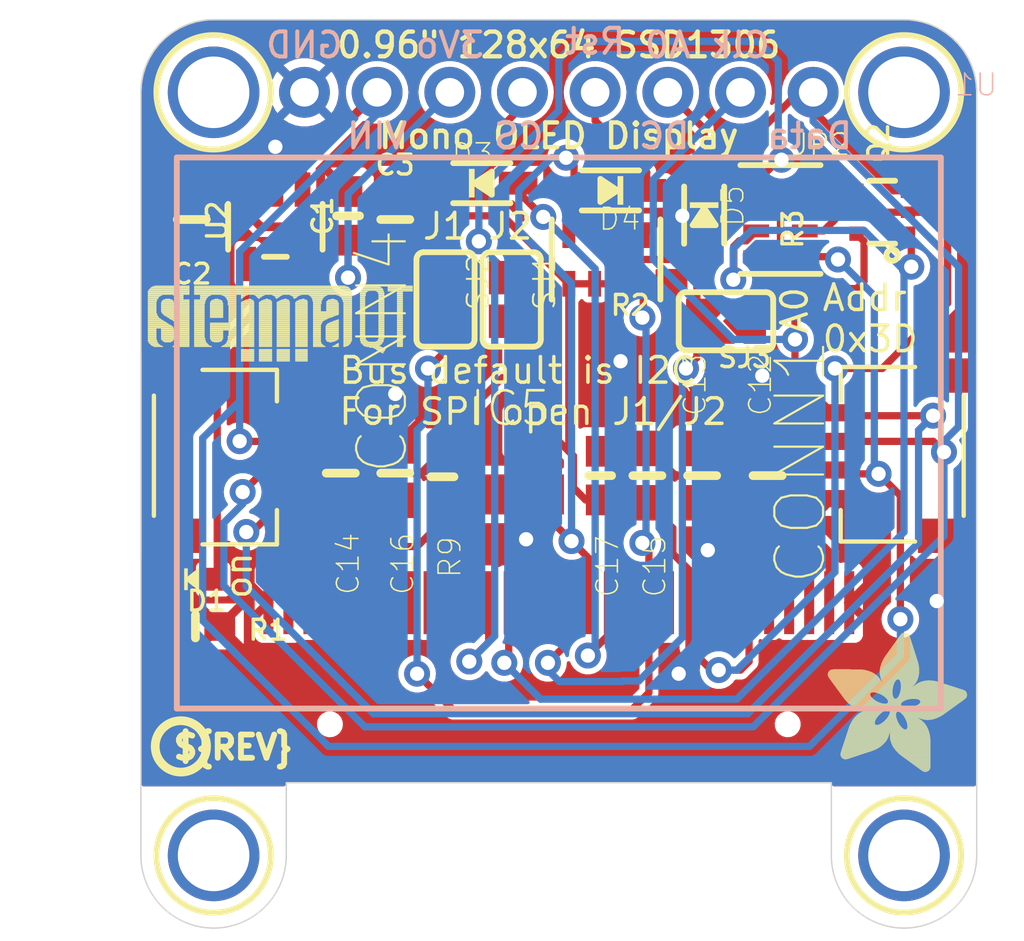
<source format=kicad_pcb>
(kicad_pcb (version 20221018) (generator pcbnew)
  (layers (0 "F.Cu" signal) (31 "B.Cu" signal) (34 "B.Paste" user) (35 "F.Paste" user) (36 "B.SilkS" user "B.Silkscreen") (37 "F.SilkS" user "F.Silkscreen") (38 "B.Mask" user) (39 "F.Mask" user) (44 "Edge.Cuts" user))
  (net 0 "")
  (net 1 "GND")
  (net 2 "SDA")
  (net 3 "SCL")
  (net 4 "3.3V")
  (net 5 "VCC")
  (net 6 "N$2")
  (net 7 "D0/SCLK/SCK_3.3V")
  (net 8 "D1/MOSI/SDA1_3.3V")
  (net 9 "N$9")
  (net 10 "CS_3.3V")
  (net 11 "RST_3.3V")
  (net 12 "DC/SA0_3.3V")
  (net 13 "CS_5.0V")
  (net 14 "RST_5.0V")
  (net 15 "DC/SA0_5.0V")
  (net 16 "N$10")
  (net 17 "N$11")
  (net 18 "N$12")
  (net 19 "N$13")
  (net 20 "N$14")
  (net 21 "N$15")
  (net 22 "N$16")
  (net 23 "N$17")
  (footprint "working:0603-NO" (layer "F.Cu") (at 149.9465 105.0646 -90)
    (fp_text reference "C17")
    (fp_text value "0.1uF")
  )
  (footprint "working:FIDUCIAL_1MM" (layer "F.Cu") (at 134.9121 112.3061)
    (fp_text reference "FID3" hide)
    (fp_text value "FIDUCIAL_1MM" hide)
  )
  (footprint "working:0805-NO" (layer "F.Cu") (at 142.7861 104.9782 -90)
    (fp_text reference "C16")
    (fp_text value "10uF")
  )
  (footprint "working:STEMMAQT" (layer "F.Cu") (at 134.1501 101.0666)
    (fp_text reference "U$31" hide)
    (fp_text value "" hide)
  )
  (footprint "working:SOT363" (layer "F.Cu") (at 159.8041 95.8596 90)
    (fp_text reference "Q2")
    (fp_text value "BSS138")
  )
  (footprint "working:0603-NO" (layer "F.Cu") (at 135.8011 110.3376)
    (fp_text reference "R1")
    (fp_text value "10K")
  )
  (footprint "working:MOUNTINGHOLE_2.5_PLATED" (layer "F.Cu") (at 160.5661 118.3386)
    (fp_text reference "U$21" hide)
    (fp_text value "MOUNTINGHOLE2.5" hide)
  )
  (footprint "working:0603-NO" (layer "F.Cu") (at 141.1351 95.9866 90)
    (fp_text reference "C1")
    (fp_text value "0.1uF")
  )
  (footprint "working:MOUNTINGHOLE_2.5_PLATED" (layer "F.Cu") (at 136.4361 118.3386)
    (fp_text reference "U$19" hide)
    (fp_text value "MOUNTINGHOLE2.5" hide)
  )
  (footprint "working:RESPACK_4X0603" (layer "F.Cu") (at 156.2481 96.1136 90)
    (fp_text reference "R3")
    (fp_text value "10K")
  )
  (footprint "working:0805-NO" (layer "F.Cu") (at 140.8811 104.9782 -90)
    (fp_text reference "C14")
    (fp_text value "10uF")
  )
  (footprint "working:SOD-323" (layer "F.Cu") (at 153.5811 95.9612 -90)
    (fp_text reference "D5")
    (fp_text value "1N4148")
  )
  (footprint "working:PCBFEAT-REV-040" (layer "F.Cu") (at 135.2931 114.5286)
    (fp_text reference "U$25" hide)
    (fp_text value "" hide)
  )
  (footprint "working:SOD-323" (layer "F.Cu") (at 145.8087 94.8436)
    (fp_text reference "D3")
    (fp_text value "1N4148")
  )
  (footprint "working:0805-NO" (layer "F.Cu") (at 153.5105 105.0646 90)
    (fp_text reference "C13")
    (fp_text value "2.2uF")
  )
  (footprint "working:JST_SH4" (layer "F.Cu") (at 160.5661 104.3686 90)
    (fp_text reference "CONN1")
    (fp_text value "STEMMA_I2C_QT" hide)
  )
  (footprint "working:MOUNTINGHOLE_2.5_PLATED" (layer "F.Cu") (at 136.4361 91.6686)
    (fp_text reference "U$1" hide)
    (fp_text value "MOUNTINGHOLE2.5" hide)
  )
  (footprint "working:0805-NO" (layer "F.Cu") (at 155.7965 105.0646 90)
    (fp_text reference "C12")
    (fp_text value "2.2uF")
  )
  (footprint "working:JST_SH4" (layer "F.Cu") (at 136.4361 104.3686 -90)
    (fp_text reference "CONN4")
    (fp_text value "STEMMA_I2C_QT" hide)
  )
  (footprint "working:SOLDERJUMPER_CLOSEDWIRE" (layer "F.Cu") (at 146.8567 98.9076 -90)
    (fp_text reference "SJ1")
    (fp_text value "")
  )
  (footprint "working:SOT23" (layer "F.Cu") (at 147.2311 104.6226)
    (fp_text reference "IC5")
    (fp_text value "APX803")
  )
  (footprint "working:0805-NO" (layer "F.Cu") (at 135.6741 96.1136 -90)
    (fp_text reference "C2")
    (fp_text value "10uF")
  )
  (footprint "working:SOLDERJUMPER_CLOSEDWIRE" (layer "F.Cu") (at 144.5415 98.9076 -90)
    (fp_text reference "SJ2")
    (fp_text value "")
  )
  (footprint "working:FIDUCIAL_1MM" (layer "F.Cu") (at 162.0901 94.4245)
    (fp_text reference "FID4" hide)
    (fp_text value "FIDUCIAL_1MM" hide)
  )
  (footprint "working:1X08_ROUND_70" (layer "F.Cu") (at 148.5011 91.6686 180)
    (fp_text reference "JP2")
    (fp_text value "")
  )
  (footprint "working:RESPACK_4X0603" (layer "F.Cu") (at 150.1521 97.5106 180)
    (fp_text reference "R2")
    (fp_text value "10K")
  )
  (footprint "working:SOLDERJUMPER_ARROW_NOPASTE" (layer "F.Cu") (at 154.3431 99.6696 180)
    (fp_text reference "SJ3")
    (fp_text value "")
  )
  (footprint "working:ADAFRUIT_5MM" (layer "F.Cu") (at 157.8991 115.4176)
    (fp_text reference "U$8" hide)
    (fp_text value "" hide)
  )
  (footprint "working:0603-NO" (layer "F.Cu") (at 144.4371 105.1052 -90)
    (fp_text reference "R9")
    (fp_text value "390K")
  )
  (footprint "working:MOUNTINGHOLE_2.5_PLATED" (layer "F.Cu") (at 160.5661 91.6686)
    (fp_text reference "U$17" hide)
    (fp_text value "MOUNTINGHOLE2.5" hide)
  )
  (footprint "working:CHIPLED_0603_NOOUTLINE" (layer "F.Cu") (at 135.6741 108.6866 90)
    (fp_text reference "D1")
    (fp_text value "GREEN")
  )
  (footprint "working:0805-NO" (layer "F.Cu") (at 142.7861 96.1136 90)
    (fp_text reference "C3")
    (fp_text value "10uF")
  )
  (footprint "working:0805-NO" (layer "F.Cu") (at 151.5975 105.0646 -90)
    (fp_text reference "C15")
    (fp_text value "10uF")
  )
  (footprint "working:SOT23-5" (layer "F.Cu") (at 138.5951 96.3676 180)
    (fp_text reference "U2")
    (fp_text value "AP2112K-3.3")
  )
  (footprint "working:SOD-323" (layer "F.Cu") (at 150.3045 95.0976 180)
    (fp_text reference "D4")
    (fp_text value "1N4148")
  )
  (footprint "working:UG-2864HSWEG01_0.96IN_WRAPAROUND" (layer "B.Cu") (at 148.5011 108.3056 180)
    (fp_text reference "U1")
    (fp_text value "UG-2864HSWEG01")
  )
  (gr_arc (start 160.5661 89.1286) (mid 162.362151 89.872549) (end 163.1061 91.6686) (stroke (width 0.05)) (layer "Edge.Cuts"))
  (gr_line (start 133.8961 91.6686) (end 133.8961 118.3386) (stroke (width 0.05)) (layer "Edge.Cuts"))
  (gr_arc (start 163.1061 118.3386) (mid 162.362151 120.134651) (end 160.5661 120.8786) (stroke (width 0.05)) (layer "Edge.Cuts"))
  (gr_line (start 158.0261 115.7986) (end 158.0261 118.3386) (stroke (width 0.05)) (layer "Edge.Cuts"))
  (gr_arc (start 138.9761 118.3386) (mid 138.232151 120.134651) (end 136.4361 120.8786) (stroke (width 0.05)) (layer "Edge.Cuts"))
  (gr_line (start 160.5661 89.1286) (end 136.4361 89.1286) (stroke (width 0.05)) (layer "Edge.Cuts"))
  (gr_arc (start 160.5661 120.8786) (mid 158.770049 120.134651) (end 158.0261 118.3386) (stroke (width 0.05)) (layer "Edge.Cuts"))
  (gr_arc (start 133.8961 91.6686) (mid 134.640049 89.872549) (end 136.4361 89.1286) (stroke (width 0.05)) (layer "Edge.Cuts"))
  (gr_line (start 138.9761 115.7986) (end 158.0261 115.7986) (stroke (width 0.05)) (layer "Edge.Cuts"))
  (gr_arc (start 136.4361 120.8786) (mid 134.640049 120.134651) (end 133.8961 118.3386) (stroke (width 0.05)) (layer "Edge.Cuts"))
  (gr_line (start 138.9761 118.3386) (end 138.9761 115.7986) (stroke (width 0.05)) (layer "Edge.Cuts"))
  (gr_line (start 163.1061 118.3386) (end 163.1061 91.6686) (stroke (width 0.05)) (layer "Edge.Cuts"))
  (gr_text "DC" (at 152.1841 93.1926) (layer "B.SilkS") (effects (font (size 0.87376 0.87376) (thickness 0.14224)) (justify mirror)))
  (gr_text "GND" (at 139.6111 90.0176) (layer "B.SilkS") (effects (font (size 0.87376 0.87376) (thickness 0.14224)) (justify mirror)))
  (gr_text "CS" (at 147.1041 93.1926) (layer "B.SilkS") (effects (font (size 0.87376 0.87376) (thickness 0.14224)) (justify mirror)))
  (gr_text "A0" (at 152.3111 90.0176) (layer "B.SilkS") (effects (font (size 0.87376 0.87376) (thickness 0.14224)) (justify mirror)))
  (gr_text "VIN" (at 142.1511 93.1926) (layer "B.SilkS") (effects (font (size 0.87376 0.87376) (thickness 0.14224)) (justify mirror)))
  (gr_text "Data" (at 157.2641 93.1926) (layer "B.SilkS") (effects (font (size 0.87376 0.87376) (thickness 0.14224)) (justify mirror)))
  (gr_text "Clk" (at 154.8511 90.0176) (layer "B.SilkS") (effects (font (size 0.87376 0.87376) (thickness 0.14224)) (justify mirror)))
  (gr_text "3Vo" (at 144.6911 90.0176) (layer "B.SilkS") (effects (font (size 0.87376 0.87376) (thickness 0.14224)) (justify mirror)))
  (gr_text "Rst" (at 149.7711 89.8906) (layer "B.SilkS") (effects (font (size 0.87376 0.87376) (thickness 0.14224)) (justify mirror)))
  (gr_text "J2" (at 145.9611 96.8756) (layer "F.SilkS") (effects (font (size 0.89408 0.89408) (thickness 0.12192)) (justify left bottom)))
  (gr_text "on" (at 137.8331 109.4486 90) (layer "F.SilkS") (effects (font (size 0.89408 0.89408) (thickness 0.12192)) (justify left bottom)))
  (gr_text "Bus default is I2C\nFor SPI open J1/J2" (at 140.7541 103.3526) (layer "F.SilkS") (effects (font (size 0.89408 0.89408) (thickness 0.12192)) (justify left bottom)))
  (gr_text "J1" (at 143.6751 96.8756) (layer "F.SilkS") (effects (font (size 0.89408 0.89408) (thickness 0.12192)) (justify left bottom)))
  (gr_text "A0" (at 157.2641 100.1776 90) (layer "F.SilkS") (effects (font (size 0.89408 0.89408) (thickness 0.12192)) (justify left bottom)))
  (gr_text "Mono OLED Display" (at 148.5011 93.1926) (layer "F.SilkS") (effects (font (size 0.8636 0.8636) (thickness 0.1524))))
  (gr_text "0.96\" 128x64 SSD1306" (at 148.5011 90.0176) (layer "F.SilkS") (effects (font (size 0.8636 0.8636) (thickness 0.1524))))
  (gr_text "Addr\n0x3D" (at 157.6451 100.8126) (layer "F.SilkS") (effects (font (size 0.89408 0.89408) (thickness 0.12192)) (justify left bottom)))
  (via (at 138.5951 93.5736) (size 0.9064) (drill 0.5) (layers "F.Cu" "B.Cu") (net 1))
  (via (at 150.6601 101.0666) (size 0.9064) (drill 0.5) (layers "F.Cu" "B.Cu") (net 1))
  (via (at 142.7861 102.2096) (size 0.9064) (drill 0.5) (layers "F.Cu" "B.Cu") (net 1))
  (via (at 152.8191 95.9866) (size 0.9064) (drill 0.5) (layers "F.Cu" "B.Cu") (net 1))
  (via (at 161.7091 109.4486) (size 0.9064) (drill 0.5) (layers "F.Cu" "B.Cu") (net 1))
  (via (at 153.7081 107.6706) (size 0.9064) (drill 0.5) (layers "F.Cu" "B.Cu") (net 1))
  (via (at 147.3581 107.2896) (size 0.9064) (drill 0.5) (layers "F.Cu" "B.Cu") (net 1))
  (via (at 152.6921 111.9886) (size 0.9064) (drill 0.5) (layers "F.Cu" "B.Cu") (net 1))
  (via (at 155.6131 101.5746) (size 0.9064) (drill 0.5) (layers "F.Cu" "B.Cu") (net 1))
  (segment (start 154.4701 94.0816) (end 156.7561 91.7956) (width 0.254) (layer "F.Cu") (net 2))
  (segment (start 137.4521 105.6386) (end 138.2221 104.8686) (width 0.254) (layer "F.Cu") (net 2))
  (segment (start 154.4701 95.4786) (end 154.4701 94.0816) (width 0.254) (layer "F.Cu") (net 2))
  (segment (start 155.3981 95.7136) (end 154.7051 95.7136) (width 0.254) (layer "F.Cu") (net 2))
  (segment (start 157.3911 91.7956) (end 157.3911 91.6686) (width 0.254) (layer "F.Cu") (net 2))
  (segment (start 160.1971 95.1096) (end 157.3911 92.3036) (width 0.254) (layer "F.Cu") (net 2))
  (segment (start 154.7051 95.7136) (end 154.4701 95.4786) (width 0.254) (layer "F.Cu") (net 2))
  (segment (start 158.0521 103.8686) (end 161.5901 103.8686) (width 0.254) (layer "F.Cu") (net 2))
  (segment (start 138.2221 104.8686) (end 138.9501 104.8686) (width 0.254) (layer "F.Cu") (net 2))
  (segment (start 160.7041 95.1096) (end 160.1971 95.1096) (width 0.254) (layer "F.Cu") (net 2))
  (segment (start 156.7561 91.7956) (end 157.3911 91.7956) (width 0.254) (layer "F.Cu") (net 2))
  (segment (start 157.3911 92.3036) (end 157.3911 91.7956) (width 0.254) (layer "F.Cu") (net 2))
  (segment (start 161.5901 103.8686) (end 161.9631 104.2416) (width 0.254) (layer "F.Cu") (net 2))
  (via (at 161.9631 104.2416) (size 0.9064) (drill 0.5) (layers "F.Cu" "B.Cu") (net 2))
  (via (at 137.4521 105.6386) (size 0.9064) (drill 0.5) (layers "F.Cu" "B.Cu") (net 2))
  (segment (start 162.4711 103.3526) (end 161.9631 103.8606) (width 0.254) (layer "B.Cu") (net 2))
  (segment (start 136.7957 108.9192) (end 136.7957 106.7111) (width 0.254) (layer "B.Cu") (net 2))
  (segment (start 162.4711 103.3526) (end 162.4711 97.7646) (width 0.254) (layer "B.Cu") (net 2))
  (segment (start 157.3911 92.6846) (end 157.3911 91.6686) (width 0.254) (layer "B.Cu") (net 2))
  (segment (start 136.7957 106.7111) (end 137.4521 106.0547) (width 0.254) (layer "B.Cu") (net 2))
  (segment (start 161.9631 107.174182) (end 155.294481 113.8428) (width 0.254) (layer "B.Cu") (net 2))
  (segment (start 141.7193 113.8428) (end 136.7957 108.9192) (width 0.254) (layer "B.Cu") (net 2))
  (segment (start 137.4521 106.0547) (end 137.4521 105.6386) (width 0.254) (layer "B.Cu") (net 2))
  (segment (start 161.9631 104.2416) (end 161.9631 107.174182) (width 0.254) (layer "B.Cu") (net 2))
  (segment (start 162.4711 97.7646) (end 157.3911 92.6846) (width 0.254) (layer "B.Cu") (net 2))
  (segment (start 161.9631 104.2416) (end 161.9631 103.8606) (width 0.254) (layer "B.Cu") (net 2))
  (segment (start 155.294481 113.8428) (end 141.7193 113.8428) (width 0.254) (layer "B.Cu") (net 2))
  (segment (start 161.5821 102.9716) (end 158.1551 102.9716) (width 0.254) (layer "F.Cu") (net 3))
  (segment (start 159.1691 96.8746) (end 158.9041 96.6096) (width 0.254) (layer "F.Cu") (net 3))
  (segment (start 158.1551 102.9716) (end 158.0521 102.8686) (width 0.254) (layer "F.Cu") (net 3))
  (segment (start 158.9151 98.5266) (end 159.1691 98.2726) (width 0.254) (layer "F.Cu") (net 3))
  (segment (start 156.7561 101.5726) (end 158.0521 102.8686) (width 0.254) (layer "F.Cu") (net 3))
  (segment (start 156.7561 100.3046) (end 156.7561 101.5726) (width 0.254) (layer "F.Cu") (net 3))
  (segment (start 156.7561 98.5266) (end 156.7561 100.3046) (width 0.254) (layer "F.Cu") (net 3))
  (segment (start 156.5111 98.5266) (end 156.7561 98.5266) (width 0.254) (layer "F.Cu") (net 3))
  (segment (start 156.7561 98.5266) (end 158.9151 98.5266) (width 0.254) (layer "F.Cu") (net 3))
  (segment (start 159.1691 98.2726) (end 159.1691 96.8746) (width 0.254) (layer "F.Cu") (net 3))
  (segment (start 137.7831 107.0356) (end 137.5791 107.0356) (width 0.254) (layer "F.Cu") (net 3))
  (segment (start 138.9501 105.8686) (end 137.7831 107.0356) (width 0.254) (layer "F.Cu") (net 3))
  (segment (start 155.3981 97.4136) (end 156.5111 98.5266) (width 0.254) (layer "F.Cu") (net 3))
  (via (at 156.7561 100.3046) (size 0.9064) (drill 0.5) (layers "F.Cu" "B.Cu") (net 3))
  (via (at 137.5791 107.0356) (size 0.9064) (drill 0.5) (layers "F.Cu" "B.Cu") (net 3))
  (via (at 161.5821 102.9716) (size 0.9064) (drill 0.5) (layers "F.Cu" "B.Cu") (net 3))
  (segment (start 154.8511 91.6686) (end 151.8031 94.7166) (width 0.254) (layer "B.Cu") (net 3))
  (segment (start 161.0741 103.4796) (end 161.5821 102.9716) (width 0.254) (layer "B.Cu") (net 3))
  (segment (start 151.8031 94.7166) (end 151.8031 97.5106) (width 0.254) (layer "B.Cu") (net 3))
  (segment (start 154.5971 100.3046) (end 151.8031 97.5106) (width 0.254) (layer "B.Cu") (net 3))
  (segment (start 137.5791 108.9406) (end 142.0241 113.3856) (width 0.254) (layer "B.Cu") (net 3))
  (segment (start 142.0241 113.3856) (end 155.1051 113.3856) (width 0.254) (layer "B.Cu") (net 3))
  (segment (start 155.1051 113.3856) (end 161.0741 107.4166) (width 0.254) (layer "B.Cu") (net 3))
  (segment (start 137.5791 107.0356) (end 137.5791 108.9406) (width 0.254) (layer "B.Cu") (net 3))
  (segment (start 161.0741 107.4166) (end 161.0741 103.4796) (width 0.254) (layer "B.Cu") (net 3))
  (segment (start 156.7561 100.3046) (end 154.5971 100.3046) (width 0.254) (layer "B.Cu") (net 3))
  (segment (start 146.548975 95.9866) (end 145.1991 95.9866) (width 0.254) (layer "F.Cu") (net 4))
  (segment (start 142.5591 96.8366) (end 142.7861 97.0636) (width 0.3048) (layer "F.Cu") (net 4))
  (segment (start 136.5631 108.5476) (end 136.5631 100.6497) (width 0.254) (layer "F.Cu") (net 4))
  (segment (start 160.7041 95.8596) (end 161.4551 95.8596) (width 0.254) (layer "F.Cu") (net 4))
  (segment (start 151.5975 106.0146) (end 152.4865 106.9036) (width 0.254) (layer "F.Cu") (net 4))
  (segment (start 161.4551 95.8596) (end 162.0901 96.4946) (width 0.254) (layer "F.Cu") (net 4))
  (segment (start 148.8521 104.218625) (end 148.156075 103.5226) (width 0.254) (layer "F.Cu") (net 4))
  (segment (start 150.5521 98.3606) (end 149.7521 98.3606) (width 0.254) (layer "F.Cu") (net 4))
  (segment (start 153.0511 111.0776) (end 153.8351 111.8616) (width 0.254) (layer "F.Cu") (net 4))
  (segment (start 154.0891 111.8616) (end 154.8511 111.8616) (width 0.254) (layer "F.Cu") (net 4))
  (segment (start 143.8681 98.1456) (end 144.5415 98.1456) (width 0.3048) (layer "F.Cu") (net 4))
  (segment (start 162.0901 99.0346) (end 159.8041 101.3206) (width 0.254) (layer "F.Cu") (net 4))
  (segment (start 157.7421 94.8136) (end 158.0896 95.1611) (width 0.254) (layer "F.Cu") (net 4))
  (segment (start 140.3762 96.8366) (end 141.1351 96.8366) (width 0.3048) (layer "F.Cu") (net 4))
  (segment (start 157.0981 94.8136) (end 157.7421 94.8136) (width 0.254) (layer "F.Cu") (net 4))
  (segment (start 152.4865 106.9036) (end 152.4865 107.7926) (width 0.254) (layer "F.Cu") (net 4))
  (segment (start 148.8521 98.3606) (end 147.987 97.4955) (width 0.254) (layer "F.Cu") (net 4))
  (segment (start 141.1351 98.1456) (end 141.1351 96.8366) (width 0.254) (layer "F.Cu") (net 4))
  (segment (start 149.0113 105.4874) (end 149.0113 104.377825) (width 0.254) (layer "F.Cu") (net 4))
  (segment (start 141.1351 96.8366) (end 142.5591 96.8366) (width 0.3048) (layer "F.Cu") (net 4))
  (segment (start 160.7041 95.8596) (end 158.9041 95.8596) (width 0.254) (layer "F.Cu") (net 4))
  (segment (start 142.7861 97.0636) (end 143.8681 98.1456) (width 0.3048) (layer "F.Cu") (net 4))
  (segment (start 159.8041 101.3206) (end 158.1531 101.3206) (width 0.254) (layer "F.Cu") (net 4))
  (segment (start 158.9041 95.8596) (end 158.4071 95.8596) (width 0.254) (layer "F.Cu") (net 4))
  (segment (start 151.5975 106.0146) (end 150.0465 106.0146) (width 0.254) (layer "F.Cu") (net 4))
  (segment (start 155.1511 111.5616) (end 155.1511 109.5056) (width 0.254) (layer "F.Cu") (net 4))
  (segment (start 149.9465 105.9146) (end 149.4385 105.9146) (width 0.254) (layer "F.Cu") (net 4))
  (segment (start 139.5451 97.6677) (end 140.3762 96.8366) (width 0.3048) (layer "F.Cu") (net 4))
  (segment (start 148.8521 98.3606) (end 148.8521 104.218625) (width 0.254) (layer "F.Cu") (net 4))
  (segment (start 153.0511 108.3572) (end 152.4865 107.7926) (width 0.254) (layer "F.Cu") (net 4))
  (segment (start 158.4071 95.8596) (end 158.0896 96.1771) (width 0.254) (layer "F.Cu") (net 4))
  (segment (start 153.8351 111.8616) (end 154.0891 111.8616) (width 0.254) (layer "F.Cu") (net 4))
  (segment (start 145.1991 95.9866) (end 144.5415 96.6442) (width 0.254) (layer "F.Cu") (net 4))
  (segment (start 157.7531 96.5136) (end 157.0981 96.5136) (width 0.254) (layer "F.Cu") (net 4))
  (segment (start 136.5631 100.6497) (end 139.5451 97.6677) (width 0.254) (layer "F.Cu") (net 4))
  (segment (start 144.5415 96.6442) (end 144.5415 98.1456) (width 0.254) (layer "F.Cu") (net 4))
  (segment (start 153.0511 109.5056) (end 153.0511 111.0776) (width 0.254) (layer "F.Cu") (net 4))
  (segment (start 162.0901 96.4946) (end 162.0901 99.0346) (width 0.254) (layer "F.Cu") (net 4))
  (segment (start 154.8511 111.8616) (end 155.1511 111.5616) (width 0.254) (layer "F.Cu") (net 4))
  (segment (start 136.4241 108.6866) (end 136.5631 108.5476) (width 0.254) (layer "F.Cu") (net 4))
  (segment (start 150.0465 106.0146) (end 149.9465 105.9146) (width 0.254) (layer "F.Cu") (net 4))
  (segment (start 149.7521 98.3606) (end 148.8521 98.3606) (width 0.254) (layer "F.Cu") (net 4))
  (segment (start 153.0511 108.3572) (end 153.0511 109.5056) (width 0.254) (layer "F.Cu") (net 4))
  (segment (start 148.156075 103.5226) (end 147.2311 103.5226) (width 0.254) (layer "F.Cu") (net 4))
  (segment (start 148.8521 104.218625) (end 149.0113 104.377825) (width 0.254) (layer "F.Cu") (net 4))
  (segment (start 147.987 97.424625) (end 146.548975 95.9866) (width 0.254) (layer "F.Cu") (net 4))
  (segment (start 147.987 97.4955) (end 147.987 97.424625) (width 0.254) (layer "F.Cu") (net 4))
  (segment (start 149.4385 105.9146) (end 149.0113 105.4874) (width 0.254) (layer "F.Cu") (net 4))
  (segment (start 158.0896 96.1771) (end 157.7531 96.5136) (width 0.254) (layer "F.Cu") (net 4))
  (segment (start 158.0896 95.1611) (end 158.0896 96.1771) (width 0.254) (layer "F.Cu") (net 4))
  (via (at 154.0891 111.8616) (size 0.9064) (drill 0.5) (layers "F.Cu" "B.Cu") (net 4))
  (via (at 141.1351 98.1456) (size 0.9064) (drill 0.5) (layers "F.Cu" "B.Cu") (net 4))
  (via (at 158.1531 101.3206) (size 0.9064) (drill 0.5) (layers "F.Cu" "B.Cu") (net 4))
  (segment (start 144.6911 91.6686) (end 141.1351 95.2246) (width 0.254) (layer "B.Cu") (net 4))
  (segment (start 154.7241 111.8616) (end 154.0891 111.8616) (width 0.254) (layer "B.Cu") (net 4))
  (segment (start 141.1351 95.2246) (end 141.1351 98.1456) (width 0.254) (layer "B.Cu") (net 4))
  (segment (start 158.1531 108.4326) (end 154.7241 111.8616) (width 0.254) (layer "B.Cu") (net 4))
  (segment (start 158.1531 101.3206) (end 158.1531 108.4326) (width 0.254) (layer "B.Cu") (net 4))
  (segment (start 158.1871 105.0036) (end 158.0521 104.8686) (width 0.254) (layer "F.Cu") (net 5))
  (segment (start 137.6451 95.0675) (end 137.549 95.1636) (width 0.3048) (layer "F.Cu") (net 5))
  (segment (start 158.2587 97.4136) (end 158.2587 97.5106) (width 0.254) (layer "F.Cu") (net 5))
  (segment (start 156.2481 97.1296) (end 156.5321 97.4136) (width 0.254) (layer "F.Cu") (net 5))
  (segment (start 160.4391 110.0836) (end 160.4391 105.7656) (width 0.254) (layer "F.Cu") (net 5))
  (segment (start 157.0981 95.7136) (end 156.6481 95.7136) (width 0.254) (layer "F.Cu") (net 5))
  (segment (start 139.5451 95.9256) (end 139.1031 96.3676) (width 0.3048) (layer "F.Cu") (net 5))
  (segment (start 139.5451 94.2746) (end 139.5451 95.0675) (width 0.3048) (layer "F.Cu") (net 5))
  (segment (start 156.5321 97.4136) (end 157.0981 97.4136) (width 0.254) (layer "F.Cu") (net 5))
  (segment (start 139.5451 95.0675) (end 139.5451 95.9256) (width 0.3048) (layer "F.Cu") (net 5))
  (segment (start 157.0981 97.4136) (end 158.2587 97.4136) (width 0.254) (layer "F.Cu") (net 5))
  (segment (start 137.3545 103.8686) (end 137.3465 103.8606) (width 0.254) (layer "F.Cu") (net 5))
  (segment (start 156.6481 95.7136) (end 156.2481 96.1136) (width 0.254) (layer "F.Cu") (net 5))
  (segment (start 156.2481 96.1136) (end 156.2481 97.1296) (width 0.254) (layer "F.Cu") (net 5))
  (segment (start 138.0871 96.3676) (end 137.6451 95.9256) (width 0.3048) (layer "F.Cu") (net 5))
  (segment (start 160.4391 105.7656) (end 159.6771 105.0036) (width 0.254) (layer "F.Cu") (net 5))
  (segment (start 139.1031 96.3676) (end 138.0871 96.3676) (width 0.3048) (layer "F.Cu") (net 5))
  (segment (start 159.6771 105.0036) (end 158.1871 105.0036) (width 0.254) (layer "F.Cu") (net 5))
  (segment (start 138.9501 103.8686) (end 137.3545 103.8686) (width 0.254) (layer "F.Cu") (net 5))
  (segment (start 137.549 95.1636) (end 135.6741 95.1636) (width 0.3048) (layer "F.Cu") (net 5))
  (segment (start 142.1511 91.6686) (end 139.5451 94.2746) (width 0.3048) (layer "F.Cu") (net 5))
  (segment (start 137.6451 95.9256) (end 137.6451 95.0675) (width 0.3048) (layer "F.Cu") (net 5))
  (via (at 158.2587 97.5106) (size 0.9064) (drill 0.5) (layers "F.Cu" "B.Cu") (net 5))
  (via (at 159.6771 105.0036) (size 0.9064) (drill 0.5) (layers "F.Cu" "B.Cu") (net 5))
  (via (at 137.3465 103.8606) (size 0.9064) (drill 0.5) (layers "F.Cu" "B.Cu") (net 5))
  (via (at 160.4391 110.0836) (size 0.9064) (drill 0.5) (layers "F.Cu" "B.Cu") (net 5))
  (segment (start 142.1511 92.4306) (end 142.1511 91.6686) (width 0.254) (layer "B.Cu") (net 5))
  (segment (start 159.5287 98.7806) (end 159.5287 104.8552) (width 0.254) (layer "B.Cu") (net 5))
  (segment (start 140.452437 114.5286) (end 157.2641 114.5286) (width 0.254) (layer "B.Cu") (net 5))
  (segment (start 159.5287 104.8552) (end 159.6771 105.0036) (width 0.254) (layer "B.Cu") (net 5))
  (segment (start 137.3465 102.4636) (end 136.0551 103.755) (width 0.254) (layer "B.Cu") (net 5))
  (segment (start 137.3465 102.4636) (end 137.3465 97.2352) (width 0.254) (layer "B.Cu") (net 5))
  (segment (start 160.4391 111.3536) (end 160.4391 110.0836) (width 0.254) (layer "B.Cu") (net 5))
  (segment (start 136.0551 110.131263) (end 140.452437 114.5286) (width 0.254) (layer "B.Cu") (net 5))
  (segment (start 136.0551 103.755) (end 136.0551 110.131263) (width 0.254) (layer "B.Cu") (net 5))
  (segment (start 137.3465 97.2352) (end 142.1511 92.4306) (width 0.254) (layer "B.Cu") (net 5))
  (segment (start 159.5287 98.7806) (end 158.2587 97.5106) (width 0.254) (layer "B.Cu") (net 5))
  (segment (start 137.3465 103.8606) (end 137.3465 102.4636) (width 0.254) (layer "B.Cu") (net 5))
  (segment (start 157.2641 114.5286) (end 160.4391 111.3536) (width 0.254) (layer "B.Cu") (net 5))
  (segment (start 134.9241 108.6866) (end 134.9241 110.3106) (width 0.254) (layer "F.Cu") (net 6))
  (segment (start 134.9241 110.3106) (end 134.9511 110.3376) (width 0.254) (layer "F.Cu") (net 6))
  (segment (start 154.6179 97.051825) (end 154.6179 98.197688) (width 0.254) (layer "F.Cu") (net 7))
  (segment (start 155.0533 96.8584) (end 154.811325 96.8584) (width 0.254) (layer "F.Cu") (net 7))
  (segment (start 146.5961 111.408575) (end 146.7511 111.563575) (width 0.254) (layer "F.Cu") (net 7))
  (segment (start 160.8201 96.7256) (end 160.7041 96.6096) (width 0.254) (layer "F.Cu") (net 7))
  (segment (start 146.5961 111.6076) (end 146.5961 111.408575) (width 0.254) (layer "F.Cu") (net 7))
  (segment (start 154.811325 96.8584) (end 154.6179 97.051825) (width 0.254) (layer "F.Cu") (net 7))
  (segment (start 155.3981 96.5136) (end 155.0533 96.8584) (width 0.254) (layer "F.Cu") (net 7))
  (segment (start 146.7511 109.5056) (end 146.7511 111.563575) (width 0.254) (layer "F.Cu") (net 7))
  (segment (start 160.8201 97.7646) (end 160.8201 96.7256) (width 0.254) (layer "F.Cu") (net 7))
  (segment (start 154.6179 98.197688) (end 154.5984 98.217188) (width 0.254) (layer "F.Cu") (net 7))
  (via (at 146.5961 111.6076) (size 0.9064) (drill 0.5) (layers "F.Cu" "B.Cu") (net 7))
  (via (at 160.8201 97.7646) (size 0.9064) (drill 0.5) (layers "F.Cu" "B.Cu") (net 7))
  (via (at 154.5984 98.217188) (size 0.9064) (drill 0.5) (layers "F.Cu" "B.Cu") (net 7))
  (segment (start 146.5961 111.6076) (end 147.8661 112.8776) (width 0.254) (layer "B.Cu") (net 7))
  (segment (start 154.7241 112.8776) (end 147.8661 112.8776) (width 0.254) (layer "B.Cu") (net 7))
  (segment (start 160.4391 97.7646) (end 160.8201 97.7646) (width 0.254) (layer "B.Cu") (net 7))
  (segment (start 154.5984 98.217188) (end 154.5984 97.1283) (width 0.254) (layer "B.Cu") (net 7))
  (segment (start 154.5984 97.1283) (end 155.2321 96.4946) (width 0.254) (layer "B.Cu") (net 7))
  (segment (start 159.1691 96.4946) (end 160.4391 97.7646) (width 0.254) (layer "B.Cu") (net 7))
  (segment (start 160.5661 98.0186) (end 160.8201 97.7646) (width 0.254) (layer "B.Cu") (net 7))
  (segment (start 155.2321 96.4946) (end 159.1691 96.4946) (width 0.254) (layer "B.Cu") (net 7))
  (segment (start 160.5661 98.0186) (end 160.5661 107.0356) (width 0.254) (layer "B.Cu") (net 7))
  (segment (start 154.7241 112.8776) (end 160.5661 107.0356) (width 0.254) (layer "B.Cu") (net 7))
  (segment (start 145.7071 96.8756) (end 145.7071 96.996) (width 0.254) (layer "F.Cu") (net 8))
  (segment (start 146.0511 109.5056) (end 146.0511 110.8826) (width 0.254) (layer "F.Cu") (net 8))
  (segment (start 156.283406 94.046294) (end 156.2481 94.0816) (width 0.254) (layer "F.Cu") (net 8))
  (segment (start 156.283406 94.025007) (end 156.283406 94.046294) (width 0.254) (layer "F.Cu") (net 8))
  (segment (start 156.2481 94.0816) (end 156.1301 94.0816) (width 0.254) (layer "F.Cu") (net 8))
  (segment (start 146.8567 98.1456) (end 145.7071 96.996) (width 0.254) (layer "F.Cu") (net 8))
  (segment (start 146.0511 110.8826) (end 145.37205 111.56165) (width 0.254) (layer "F.Cu") (net 8))
  (segment (start 158.9041 95.1096) (end 157.8761 94.0816) (width 0.254) (layer "F.Cu") (net 8))
  (segment (start 156.1301 94.0816) (end 155.3981 94.8136) (width 0.254) (layer "F.Cu") (net 8))
  (segment (start 157.8761 94.0816) (end 156.2481 94.0816) (width 0.254) (layer "F.Cu") (net 8))
  (via (at 156.283406 94.025007) (size 0.9064) (drill 0.5) (layers "F.Cu" "B.Cu") (net 8))
  (via (at 145.7071 96.8756) (size 0.9064) (drill 0.5) (layers "F.Cu" "B.Cu") (net 8))
  (via (at 145.37205 111.56165) (size 0.9064) (drill 0.5) (layers "F.Cu" "B.Cu") (net 8))
  (segment (start 145.7071 95.0976) (end 148.5011 92.3036) (width 0.254) (layer "B.Cu") (net 8))
  (segment (start 145.37205 111.56165) (end 146.26105 110.67265) (width 0.254) (layer "B.Cu") (net 8))
  (segment (start 145.7071 96.8756) (end 145.7071 95.0976) (width 0.254) (layer "B.Cu") (net 8))
  (segment (start 149.1361 89.8906) (end 155.4861 89.8906) (width 0.254) (layer "B.Cu") (net 8))
  (segment (start 148.5011 90.5256) (end 149.1361 89.8906) (width 0.254) (layer "B.Cu") (net 8))
  (segment (start 156.1719 93.9135) (end 156.283406 94.025007) (width 0.254) (layer "B.Cu") (net 8))
  (segment (start 148.5011 92.3036) (end 148.5011 90.5256) (width 0.254) (layer "B.Cu") (net 8))
  (segment (start 155.4861 89.8906) (end 156.1719 90.5764) (width 0.254) (layer "B.Cu") (net 8))
  (segment (start 156.1719 90.5764) (end 156.1719 93.9135) (width 0.254) (layer "B.Cu") (net 8))
  (segment (start 146.26105 97.55655) (end 146.26105 110.67265) (width 0.254) (layer "B.Cu") (net 8))
  (segment (start 145.7071 96.8756) (end 145.7071 97.0026) (width 0.254) (layer "B.Cu") (net 8))
  (segment (start 146.26105 97.55655) (end 145.7071 97.0026) (width 0.254) (layer "B.Cu") (net 8))
  (segment (start 151.6511 109.5056) (end 151.6511 112.6486) (width 0.254) (layer "F.Cu") (net 9))
  (segment (start 151.4521 99.5126) (end 151.4221 99.5426) (width 0.254) (layer "F.Cu") (net 9))
  (segment (start 144.8181 113.2586) (end 143.5481 111.9886) (width 0.254) (layer "F.Cu") (net 9))
  (segment (start 144.5415 99.6696) (end 144.5415 100.7082) (width 0.254) (layer "F.Cu") (net 9))
  (segment (start 144.5415 100.7082) (end 143.9291 101.3206) (width 0.254) (layer "F.Cu") (net 9))
  (segment (start 151.6511 107.6456) (end 151.6511 109.5056) (width 0.254) (layer "F.Cu") (net 9))
  (segment (start 151.4521 98.3606) (end 151.4521 99.5126) (width 0.254) (layer "F.Cu") (net 9))
  (segment (start 151.6511 112.6486) (end 151.0411 113.2586) (width 0.254) (layer "F.Cu") (net 9))
  (segment (start 151.4221 107.4166) (end 151.6511 107.6456) (width 0.254) (layer "F.Cu") (net 9))
  (segment (start 151.0411 113.2586) (end 144.8181 113.2586) (width 0.254) (layer "F.Cu") (net 9))
  (via (at 143.5481 111.9886) (size 0.9064) (drill 0.5) (layers "F.Cu" "B.Cu") (net 9))
  (via (at 143.9291 101.3206) (size 0.9064) (drill 0.5) (layers "F.Cu" "B.Cu") (net 9))
  (via (at 151.4221 107.4166) (size 0.9064) (drill 0.5) (layers "F.Cu" "B.Cu") (net 9))
  (via (at 151.4221 99.5426) (size 0.9064) (drill 0.5) (layers "F.Cu" "B.Cu") (net 9))
  (segment (start 151.5491 107.2896) (end 151.4221 107.4166) (width 0.254) (layer "B.Cu") (net 9))
  (segment (start 151.5491 99.6696) (end 151.5491 107.2896) (width 0.254) (layer "B.Cu") (net 9))
  (segment (start 143.9291 103.0986) (end 143.5481 103.4796) (width 0.254) (layer "B.Cu") (net 9))
  (segment (start 143.9291 101.3206) (end 143.9291 103.0986) (width 0.254) (layer "B.Cu") (net 9))
  (segment (start 143.5481 103.4796) (end 143.5481 111.9886) (width 0.254) (layer "B.Cu") (net 9))
  (segment (start 151.4221 99.5426) (end 151.5491 99.6696) (width 0.254) (layer "B.Cu") (net 9))
  (segment (start 148.594212 96.6606) (end 148.8521 96.6606) (width 0.254) (layer "F.Cu") (net 10))
  (segment (start 150.2511 109.5056) (end 150.2511 110.6196) (width 0.254) (layer "F.Cu") (net 10))
  (segment (start 147.0787 94.8436) (end 147.0787 95.145088) (width 0.254) (layer "F.Cu") (net 10))
  (segment (start 150.2511 110.6196) (end 149.5171 111.3536) (width 0.254) (layer "F.Cu") (net 10))
  (segment (start 148.594212 96.6606) (end 147.956656 96.023044) (width 0.254) (layer "F.Cu") (net 10))
  (segment (start 147.0787 95.145088) (end 147.956656 96.023044) (width 0.254) (layer "F.Cu") (net 10))
  (via (at 149.5171 111.3536) (size 0.9064) (drill 0.5) (layers "F.Cu" "B.Cu") (net 10))
  (via (at 147.956656 96.023044) (size 0.9064) (drill 0.5) (layers "F.Cu" "B.Cu") (net 10))
  (segment (start 149.5171 111.3536) (end 149.7711 111.0996) (width 0.254) (layer "B.Cu") (net 10))
  (segment (start 149.7711 97.837488) (end 147.956656 96.023044) (width 0.254) (layer "B.Cu") (net 10))
  (segment (start 149.7711 97.837488) (end 149.7711 111.0996) (width 0.254) (layer "B.Cu") (net 10))
  (segment (start 149.5511 107.9586) (end 148.9456 107.3531) (width 0.254) (layer "F.Cu") (net 11))
  (segment (start 148.7551 93.9546) (end 149.0345 94.234) (width 0.254) (layer "F.Cu") (net 11))
  (segment (start 149.7521 95.8152) (end 149.7521 96.6606) (width 0.254) (layer "F.Cu") (net 11))
  (segment (start 148.1811 105.7226) (end 148.1811 106.5886) (width 0.254) (layer "F.Cu") (net 11))
  (segment (start 149.0345 94.234) (end 149.0345 95.0976) (width 0.254) (layer "F.Cu") (net 11))
  (segment (start 149.5511 109.5056) (end 149.5511 107.9586) (width 0.254) (layer "F.Cu") (net 11))
  (segment (start 149.0345 95.0976) (end 149.7521 95.8152) (width 0.254) (layer "F.Cu") (net 11))
  (segment (start 148.1811 106.5886) (end 148.9456 107.3531) (width 0.254) (layer "F.Cu") (net 11))
  (via (at 148.7551 93.9546) (size 0.9064) (drill 0.5) (layers "F.Cu" "B.Cu") (net 11))
  (via (at 148.9456 107.3531) (size 0.9064) (drill 0.5) (layers "F.Cu" "B.Cu") (net 11))
  (segment (start 148.9456 107.3531) (end 148.9456 98.3361) (width 0.254) (layer "B.Cu") (net 11))
  (segment (start 147.1041 96.4946) (end 147.1041 95.0976) (width 0.254) (layer "B.Cu") (net 11))
  (segment (start 147.1041 95.0976) (end 148.2471 93.9546) (width 0.254) (layer "B.Cu") (net 11))
  (segment (start 148.9456 98.3361) (end 147.1041 96.4946) (width 0.254) (layer "B.Cu") (net 11))
  (segment (start 148.2471 93.9546) (end 148.7551 93.9546) (width 0.254) (layer "B.Cu") (net 11))
  (segment (start 150.5521 97.2756) (end 150.7871 97.5106) (width 0.254) (layer "F.Cu") (net 12))
  (segment (start 153.3271 99.6696) (end 153.3271 97.4852) (width 0.254) (layer "F.Cu") (net 12))
  (segment (start 152.9461 101.3206) (end 153.3271 100.9396) (width 0.254) (layer "F.Cu") (net 12))
  (segment (start 153.3017 97.5106) (end 153.3271 97.4852) (width 0.254) (layer "F.Cu") (net 12))
  (segment (start 153.3271 97.4852) (end 153.5811 97.2312) (width 0.254) (layer "F.Cu") (net 12))
  (segment (start 148.8511 110.8766) (end 148.1201 111.6076) (width 0.254) (layer "F.Cu") (net 12))
  (segment (start 150.5521 96.6606) (end 150.5521 97.2756) (width 0.254) (layer "F.Cu") (net 12))
  (segment (start 150.7871 97.5106) (end 153.3017 97.5106) (width 0.254) (layer "F.Cu") (net 12))
  (segment (start 153.3271 100.9396) (end 153.3271 99.6696) (width 0.254) (layer "F.Cu") (net 12))
  (segment (start 148.8511 109.5056) (end 148.8511 110.8766) (width 0.254) (layer "F.Cu") (net 12))
  (via (at 148.1201 111.6076) (size 0.9064) (drill 0.5) (layers "F.Cu" "B.Cu") (net 12))
  (via (at 152.9461 101.3206) (size 0.9064) (drill 0.5) (layers "F.Cu" "B.Cu") (net 12))
  (segment (start 150.7306 112.264) (end 150.752 112.2426) (width 0.254) (layer "B.Cu") (net 12))
  (segment (start 151.2951 112.2426) (end 152.8191 110.7186) (width 0.254) (layer "B.Cu") (net 12))
  (segment (start 148.1201 111.6076) (end 148.1201 111.8616) (width 0.254) (layer "B.Cu") (net 12))
  (segment (start 152.8191 101.4476) (end 152.8191 110.7186) (width 0.254) (layer "B.Cu") (net 12))
  (segment (start 152.8191 101.4476) (end 152.9461 101.3206) (width 0.254) (layer "B.Cu") (net 12))
  (segment (start 148.5225 112.264) (end 150.7306 112.264) (width 0.254) (layer "B.Cu") (net 12))
  (segment (start 150.752 112.2426) (end 151.2951 112.2426) (width 0.254) (layer "B.Cu") (net 12))
  (segment (start 148.5225 112.264) (end 148.1201 111.8616) (width 0.254) (layer "B.Cu") (net 12))
  (segment (start 147.2311 91.6686) (end 147.2311 92.1512) (width 0.254) (layer "F.Cu") (net 13))
  (segment (start 147.2311 92.1512) (end 144.5387 94.8436) (width 0.254) (layer "F.Cu") (net 13))
  (segment (start 149.7711 92.6592) (end 149.7711 91.6686) (width 0.254) (layer "F.Cu") (net 14))
  (segment (start 151.5745 95.0976) (end 151.5745 94.4626) (width 0.254) (layer "F.Cu") (net 14))
  (segment (start 151.5745 94.4626) (end 149.7711 92.6592) (width 0.254) (layer "F.Cu") (net 14))
  (segment (start 152.3111 91.6686) (end 153.5811 92.9386) (width 0.254) (layer "F.Cu") (net 15))
  (segment (start 153.5811 92.9386) (end 153.5811 94.6912) (width 0.254) (layer "F.Cu") (net 15))
  (segment (start 141.527681 107.5436) (end 143.5481 107.5436) (width 0.254) (layer "F.Cu") (net 16))
  (segment (start 141.1511 109.5056) (end 141.1511 107.920182) (width 0.254) (layer "F.Cu") (net 16))
  (segment (start 144.4371 106.6546) (end 144.4371 105.9552) (width 0.254) (layer "F.Cu") (net 16))
  (segment (start 143.5481 107.5436) (end 144.4371 106.6546) (width 0.254) (layer "F.Cu") (net 16))
  (segment (start 141.1511 107.920182) (end 141.527681 107.5436) (width 0.254) (layer "F.Cu") (net 16))
  (segment (start 156.9469 106.7184) (end 157.9511 107.7226) (width 0.254) (layer "F.Cu") (net 17))
  (segment (start 157.9511 107.7226) (end 157.9511 109.5056) (width 0.254) (layer "F.Cu") (net 17))
  (segment (start 155.7965 104.1146) (end 156.3751 104.1146) (width 0.254) (layer "F.Cu") (net 17))
  (segment (start 156.3751 104.1146) (end 156.9469 104.6864) (width 0.254) (layer "F.Cu") (net 17))
  (segment (start 156.9469 104.6864) (end 156.9469 106.7184) (width 0.254) (layer "F.Cu") (net 17))
  (segment (start 156.4897 106.7078) (end 156.4897 106.907782) (width 0.254) (layer "F.Cu") (net 18))
  (segment (start 157.2641 107.682182) (end 157.2641 109.4926) (width 0.254) (layer "F.Cu") (net 18))
  (segment (start 155.7965 106.0146) (end 156.4897 106.7078) (width 0.254) (layer "F.Cu") (net 18))
  (segment (start 157.2641 109.4926) (end 157.2511 109.5056) (width 0.254) (layer "F.Cu") (net 18))
  (segment (start 156.4897 106.907782) (end 157.2641 107.682182) (width 0.254) (layer "F.Cu") (net 18))
  (segment (start 156.1449 108.0754) (end 156.162875 108.0754) (width 0.254) (layer "F.Cu") (net 19))
  (segment (start 155.0343 106.9648) (end 156.1449 108.0754) (width 0.254) (layer "F.Cu") (net 19))
  (segment (start 153.5105 104.1146) (end 154.2083 104.1146) (width 0.254) (layer "F.Cu") (net 19))
  (segment (start 154.2083 104.1146) (end 154.7163 104.6226) (width 0.254) (layer "F.Cu") (net 19))
  (segment (start 154.7163 106.771375) (end 154.909725 106.9648) (width 0.254) (layer "F.Cu") (net 19))
  (segment (start 156.5511 108.463625) (end 156.5511 109.5056) (width 0.254) (layer "F.Cu") (net 19))
  (segment (start 154.909725 106.9648) (end 155.0343 106.9648) (width 0.254) (layer "F.Cu") (net 19))
  (segment (start 154.7163 104.6226) (end 154.7163 106.771375) (width 0.254) (layer "F.Cu") (net 19))
  (segment (start 156.162875 108.0754) (end 156.5511 108.463625) (width 0.254) (layer "F.Cu") (net 19))
  (segment (start 155.2559 108.0754) (end 153.5105 106.33) (width 0.254) (layer "F.Cu") (net 20))
  (segment (start 153.5105 106.33) (end 153.5105 106.0146) (width 0.254) (layer "F.Cu") (net 20))
  (segment (start 155.8511 109.5056) (end 155.8511 108.463625) (width 0.254) (layer "F.Cu") (net 20))
  (segment (start 155.8511 108.463625) (end 155.462875 108.0754) (width 0.254) (layer "F.Cu") (net 20))
  (segment (start 155.462875 108.0754) (end 155.2559 108.0754) (width 0.254) (layer "F.Cu") (net 20))
  (segment (start 140.8811 106.2736) (end 139.7511 107.4036) (width 0.254) (layer "F.Cu") (net 21))
  (segment (start 140.8811 105.9282) (end 140.8811 106.2736) (width 0.254) (layer "F.Cu") (net 21))
  (segment (start 139.7511 107.4036) (end 139.7511 109.5056) (width 0.254) (layer "F.Cu") (net 21))
  (segment (start 140.4511 107.9736) (end 141.3891 107.0356) (width 0.254) (layer "F.Cu") (net 22))
  (segment (start 142.7861 106.5276) (end 142.7861 105.9282) (width 0.254) (layer "F.Cu") (net 22))
  (segment (start 140.4511 109.5056) (end 140.4511 107.9736) (width 0.254) (layer "F.Cu") (net 22))
  (segment (start 141.3891 107.0356) (end 142.2781 107.0356) (width 0.254) (layer "F.Cu") (net 22))
  (segment (start 142.2781 107.0356) (end 142.7861 106.5276) (width 0.254) (layer "F.Cu") (net 22))
  (segment (start 145.3511 109.5056) (end 145.3511 106.672675) (width 0.254) (layer "F.Cu") (net 23))
  (segment (start 145.3943 106.629475) (end 145.3943 102.7764) (width 0.254) (layer "F.Cu") (net 23))
  (segment (start 145.3511 106.672675) (end 145.3943 106.629475) (width 0.254) (layer "F.Cu") (net 23))
  (segment (start 146.8567 101.314) (end 146.8567 99.6696) (width 0.254) (layer "F.Cu") (net 23))
  (segment (start 145.3943 102.7764) (end 146.8567 101.314) (width 0.254) (layer "F.Cu") (net 23))
  (zone (net 1) (net_name "GND") (layer "F.Cu") (priority 6) (connect_pads (clearance 0.000001)) (min_thickness 0.127) (fill yes (thermal_gap 0.304) (thermal_bridge_width 0.304))
    (polygon (pts (xy 163.2331 115.9256) (xy 133.7691 115.9256) (xy 133.7691 89.1286) (xy 163.2331 89.1286)))
  )
  (zone (net 1) (net_name "GND") (layer "B.Cu") (priority 6) (connect_pads (clearance 0.000001)) (min_thickness 0.127) (fill yes (thermal_gap 0.304) (thermal_bridge_width 0.304))
    (polygon (pts (xy 163.2331 115.9256) (xy 133.7691 115.9256) (xy 133.7691 89.1286) (xy 163.2331 89.1286)))
  )
)
</source>
